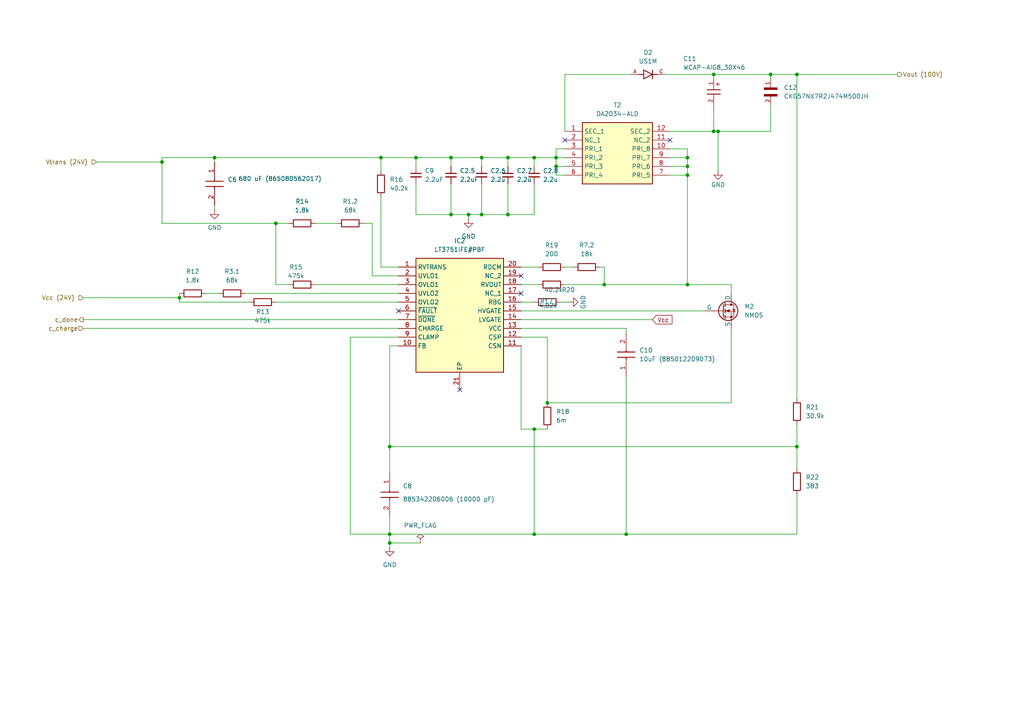
<source format=kicad_sch>
(kicad_sch (version 20231120) (generator "eeschema") (generator_version "8.0")
  (paper "A4")
  (lib_symbols
    (symbol "865080562017:865080562017" (pin_names hide)
      (property "Reference" "C" (at 8.89 6.35 0))
      (property "Value" "865080562017" (at 8.89 3.81 0))
      (symbol "865080562017_1_1"
        (polyline (pts (xy 5.08 0) (xy 5.588 0)) (stroke (width 0.254)))
        (polyline (pts (xy 5.588 2.54) (xy 5.588 -2.54)) (stroke (width 0.254)))
        (polyline (pts (xy 7.112 0) (xy 7.62 0)) (stroke (width 0.254)))
        (polyline (pts (xy 7.112 2.54) (xy 7.112 -2.54)) (stroke (width 0.254)))
        (pin passive line (at 0 0 0) (length 5.08) (name "+") (number "1"))
        (pin passive line (at 12.7 0 180) (length 5.08) (name "-") (number "2"))
      )
    )
    (symbol "885012209073:885012209073" (pin_names hide)
      (property "Reference" "C" (at 8.89 6.35 0))
      (property "Value" "885012209073" (at 8.89 3.81 0))
      (symbol "885012209073_1_1"
        (polyline (pts (xy 5.08 0) (xy 5.588 0)) (stroke (width 0.254)))
        (polyline (pts (xy 5.588 2.54) (xy 5.588 -2.54)) (stroke (width 0.254)))
        (polyline (pts (xy 7.112 0) (xy 7.62 0)) (stroke (width 0.254)))
        (polyline (pts (xy 7.112 2.54) (xy 7.112 -2.54)) (stroke (width 0.254)))
        (pin passive line (at 0 0 0) (length 5.08) (name "1") (number "1"))
        (pin passive line (at 12.7 0 180) (length 5.08) (name "2") (number "2"))
      )
    )
    (symbol "885342206006:885342206006" (pin_names hide)
      (property "Reference" "C" (at 8.89 6.35 0))
      (property "Value" "885342206006" (at 8.89 3.81 0))
      (symbol "885342206006_1_1"
        (polyline (pts (xy 5.08 0) (xy 5.588 0)) (stroke (width 0.254)))
        (polyline (pts (xy 5.588 2.54) (xy 5.588 -2.54)) (stroke (width 0.254)))
        (polyline (pts (xy 7.112 0) (xy 7.62 0)) (stroke (width 0.254)))
        (polyline (pts (xy 7.112 2.54) (xy 7.112 -2.54)) (stroke (width 0.254)))
        (pin passive line (at 0 0 0) (length 5.08) (name "1") (number "1"))
        (pin passive line (at 12.7 0 180) (length 5.08) (name "2") (number "2"))
      )
    )
    (symbol "CKG57NX7R2J474M500JH:CKG57NX7R2J474M500JH" (pin_names (offset 1.016))
      (property "Reference" "C" (at 0 3.8109 0))
      (property "Value" "CKG57NX7R2J474M500JH" (at 0 -5.0885 0))
      (symbol "CKG57NX7R2J474M500JH_0_0"
        (rectangle (start 0 -1.9069) (end 0.635 1.905) (stroke (width 0.1)) (fill (type outline)))
        (rectangle (start 1.9069 -1.9069) (end 2.54 1.905) (stroke (width 0.1)) (fill (type outline)))
        (pin passive line (at -2.54 0 0) (length 2.54) (name "~") (number "1"))
        (pin passive line (at 5.08 0 180) (length 2.54) (name "~") (number "2"))
      )
    )
    (symbol "DA2034-ALD:DA2034-ALD"
      (property "Reference" "T" (at 26.67 7.62 0))
      (property "Value" "DA2034-ALD" (at 26.67 5.08 0))
      (symbol "DA2034-ALD_1_1"
        (rectangle (start 5.08 2.54) (end 25.4 -15.24) (stroke (width 0.254)) (fill (type background)))
        (pin passive line (at 0 0 0) (length 5.08) (name "SEC_1") (number "1"))
        (pin passive line (at 30.48 -5.08 180) (length 5.08) (name "PRI_8") (number "10"))
        (pin passive line (at 30.48 -2.54 180) (length 5.08) (name "NC_2") (number "11"))
        (pin passive line (at 30.48 0 180) (length 5.08) (name "SEC_2") (number "12"))
        (pin passive line (at 0 -2.54 0) (length 5.08) (name "NC_1") (number "2"))
        (pin passive line (at 0 -5.08 0) (length 5.08) (name "PRI_1") (number "3"))
        (pin passive line (at 0 -7.62 0) (length 5.08) (name "PRI_2") (number "4"))
        (pin passive line (at 0 -10.16 0) (length 5.08) (name "PRI_3") (number "5"))
        (pin passive line (at 0 -12.7 0) (length 5.08) (name "PRI_4") (number "6"))
        (pin passive line (at 30.48 -12.7 180) (length 5.08) (name "PRI_5") (number "7"))
        (pin passive line (at 30.48 -10.16 180) (length 5.08) (name "PRI_6") (number "8"))
        (pin passive line (at 30.48 -7.62 180) (length 5.08) (name "PRI_7") (number "9"))
      )
    )
    (symbol "Device:C_Small" (pin_numbers hide) (pin_names (offset 0.254) hide)
      (property "Reference" "C" (at 0.254 1.778 0))
      (property "Value" "C_Small" (at 0.254 -2.032 0))
      (symbol "C_Small_0_1"
        (polyline (pts (xy -1.524 -0.508) (xy 1.524 -0.508)) (stroke (width 0.3302)))
        (polyline (pts (xy -1.524 0.508) (xy 1.524 0.508)) (stroke (width 0.3048)))
      )
      (symbol "C_Small_1_1"
        (pin passive line (at 0 2.54 270) (length 2.032) (name "~") (number "1"))
        (pin passive line (at 0 -2.54 90) (length 2.032) (name "~") (number "2"))
      )
    )
    (symbol "Device:R" (pin_numbers hide) (pin_names (offset 0))
      (property "Reference" "R" (at 2.032 0 90))
      (property "Value" "R" (at 0 0 90))
      (symbol "R_0_1"
        (rectangle (start -1.016 -2.54) (end 1.016 2.54) (stroke (width 0.254)))
      )
      (symbol "R_1_1"
        (pin passive line (at 0 3.81 270) (length 1.27) (name "~") (number "1"))
        (pin passive line (at 0 -3.81 90) (length 1.27) (name "~") (number "2"))
      )
    )
    (symbol "LT3751IFE#PBF:LT3751IFE#PBF"
      (property "Reference" "IC" (at 31.75 7.62 0))
      (property "Value" "LT3751IFE#PBF" (at 31.75 5.08 0))
      (symbol "LT3751IFE#PBF_1_1"
        (rectangle (start 5.08 2.54) (end 30.48 -30.48) (stroke (width 0.254)) (fill (type background)))
        (pin passive line (at 0 0 0) (length 5.08) (name "RVTRANS") (number "1"))
        (pin passive line (at 0 -22.86 0) (length 5.08) (name "FB") (number "10"))
        (pin passive line (at 35.56 -22.86 180) (length 5.08) (name "CSN") (number "11"))
        (pin passive line (at 35.56 -20.32 180) (length 5.08) (name "CSP") (number "12"))
        (pin passive line (at 35.56 -17.78 180) (length 5.08) (name "VCC") (number "13"))
        (pin passive line (at 35.56 -15.24 180) (length 5.08) (name "LVGATE") (number "14"))
        (pin passive line (at 35.56 -12.7 180) (length 5.08) (name "HVGATE") (number "15"))
        (pin passive line (at 35.56 -10.16 180) (length 5.08) (name "RBG") (number "16"))
        (pin passive line (at 35.56 -7.62 180) (length 5.08) (name "NC_1") (number "17"))
        (pin passive line (at 35.56 -5.08 180) (length 5.08) (name "RVOUT") (number "18"))
        (pin passive line (at 35.56 -2.54 180) (length 5.08) (name "NC_2") (number "19"))
        (pin passive line (at 0 -2.54 0) (length 5.08) (name "UVLO1") (number "2"))
        (pin passive line (at 35.56 0 180) (length 5.08) (name "RDCM") (number "20"))
        (pin passive line (at 17.78 -35.56 90) (length 5.08) (name "EP") (number "21"))
        (pin passive line (at 0 -5.08 0) (length 5.08) (name "OVLO1") (number "3"))
        (pin passive line (at 0 -7.62 0) (length 5.08) (name "UVLO2") (number "4"))
        (pin passive line (at 0 -10.16 0) (length 5.08) (name "OVLO2") (number "5"))
        (pin passive line (at 0 -12.7 0) (length 5.08) (name "~{FAULT}") (number "6"))
        (pin passive line (at 0 -15.24 0) (length 5.08) (name "~{DONE}") (number "7"))
        (pin passive line (at 0 -17.78 0) (length 5.08) (name "CHARGE") (number "8"))
        (pin passive line (at 0 -20.32 0) (length 5.08) (name "CLAMP") (number "9"))
      )
    )
    (symbol "Simulation_SPICE:NMOS" (pin_numbers hide) (pin_names (offset 0))
      (property "Reference" "Q" (at 5.08 1.27 0))
      (property "Value" "NMOS" (at 5.08 -1.27 0))
      (symbol "NMOS_0_1"
        (polyline (pts (xy 0.254 0) (xy -2.54 0)))
        (polyline (pts (xy 0.254 1.905) (xy 0.254 -1.905)) (stroke (width 0.254)))
        (polyline (pts (xy 0.762 -1.27) (xy 0.762 -2.286)) (stroke (width 0.254)))
        (polyline (pts (xy 0.762 0.508) (xy 0.762 -0.508)) (stroke (width 0.254)))
        (polyline (pts (xy 0.762 2.286) (xy 0.762 1.27)) (stroke (width 0.254)))
        (polyline (pts (xy 2.54 2.54) (xy 2.54 1.778)))
        (polyline (pts (xy 2.54 -2.54) (xy 2.54 0) (xy 0.762 0)))
        (polyline (pts (xy 0.762 -1.778) (xy 3.302 -1.778) (xy 3.302 1.778) (xy 0.762 1.778)))
        (polyline (pts (xy 1.016 0) (xy 2.032 0.381) (xy 2.032 -0.381) (xy 1.016 0)) (fill (type outline)))
        (polyline (pts (xy 2.794 0.508) (xy 2.921 0.381) (xy 3.683 0.381) (xy 3.81 0.254)))
        (polyline (pts (xy 3.302 0.381) (xy 2.921 -0.254) (xy 3.683 -0.254) (xy 3.302 0.381)))
        (circle (center 1.651 0) (radius 2.794) (stroke (width 0.254)))
        (circle (center 2.54 -1.778) (radius 0.254) (fill (type outline)))
        (circle (center 2.54 1.778) (radius 0.254) (fill (type outline)))
      )
      (symbol "NMOS_1_1"
        (pin passive line (at 2.54 5.08 270) (length 2.54) (name "D") (number "1"))
        (pin input line (at -5.08 0 0) (length 2.54) (name "G") (number "2"))
        (pin passive line (at 2.54 -5.08 90) (length 2.54) (name "S") (number "3"))
      )
    )
    (symbol "US1M:US1M" (pin_names (offset 1.016))
      (property "Reference" "D" (at -5.08 2.54 0))
      (property "Value" "US1M" (at -5.08 -3.81 0))
      (symbol "US1M_0_0"
        (polyline (pts (xy -2.54 0) (xy -1.27 0)) (stroke (width 0.254)))
        (polyline (pts (xy -1.27 -1.27) (xy 1.27 0)) (stroke (width 0.254)))
        (polyline (pts (xy -1.27 0) (xy -1.27 -1.27)) (stroke (width 0.254)))
        (polyline (pts (xy -1.27 1.27) (xy -1.27 0)) (stroke (width 0.254)))
        (polyline (pts (xy 1.27 0) (xy -1.27 1.27)) (stroke (width 0.254)))
        (polyline (pts (xy 1.27 0) (xy 1.27 -1.27)) (stroke (width 0.254)))
        (polyline (pts (xy 1.27 0) (xy 2.54 0)) (stroke (width 0.254)))
        (polyline (pts (xy 1.27 1.27) (xy 1.27 0)) (stroke (width 0.254)))
        (pin passive line (at -5.08 0 0) (length 2.54) (name "~") (number "A"))
        (pin passive line (at 5.08 0 180) (length 2.54) (name "~") (number "C"))
      )
    )
    (symbol "WCAP-AIG8_30X46:WCAP-AIG8_30X46" (pin_names (offset 1.016))
      (property "Reference" "C" (at 1.175 3.38 0))
      (property "Value" "WCAP-AIG8_30X46" (at 0.915 -5.075 0))
      (symbol "WCAP-AIG8_30X46_0_0"
        (polyline (pts (xy 0 0) (xy 0.6426 0)) (stroke (width 0.1524)))
        (polyline (pts (xy 0.635 -1.905) (xy 0.635 1.905)) (stroke (width 0.254)))
        (polyline (pts (xy 1.905 1.905) (xy 1.905 -1.905)) (stroke (width 0.254)))
        (polyline (pts (xy 1.9279 0) (xy 2.5705 0)) (stroke (width 0.1524)))
        (text "+" (at 2.54 -1.905 0) (effects (font (size 1.4224 1.4224)) (justify left bottom)))
        (pin passive line (at 5.08 0 180) (length 2.54) (name "~") (number "1"))
        (pin passive line (at -2.54 0 0) (length 2.54) (name "~") (number "2"))
      )
    )
    (symbol "power:GND" (power) (pin_numbers hide) (pin_names (offset 0) hide)
      (property "Value" "GND" (at 0 -3.81 0))
      (symbol "GND_0_1"
        (polyline (pts (xy 0 0) (xy 0 -1.27) (xy 1.27 -1.27) (xy 0 -2.54) (xy -1.27 -1.27) (xy 0 -1.27)))
      )
      (symbol "GND_1_1"
        (pin power_in line (at 0 0 270) (length 0) (name "~") (number "1"))
      )
    )
    (symbol "power:PWR_FLAG" (power) (pin_numbers hide) (pin_names (offset 0) hide)
      (property "Value" "PWR_FLAG" (at 0 3.81 0))
      (symbol "PWR_FLAG_0_0"
        (pin power_out line (at 0 0 90) (length 0) (name "~") (number "1"))
      )
      (symbol "PWR_FLAG_0_1"
        (polyline (pts (xy 0 0) (xy 0 1.27) (xy -1.016 1.905) (xy 0 2.54) (xy 1.016 1.905) (xy 0 1.27)))
      )
    )
  )
  (junction (at 223.52 21.59))
  (junction (at 208.28 38.1))
  (junction (at 207.01 21.59))
  (junction (at 154.94 154.94))
  (junction (at 199.39 45.72))
  (junction (at 199.39 50.8))
  (junction (at 135.89 62.23))
  (junction (at 158.75 116.84))
  (junction (at 113.03 129.54))
  (junction (at 130.81 45.72))
  (junction (at 113.03 157.48))
  (junction (at 231.14 21.59))
  (junction (at 139.7 62.23))
  (junction (at 80.01 64.77))
  (junction (at 199.39 82.55))
  (junction (at 62.23 45.72))
  (junction (at 120.65 45.72))
  (junction (at 139.7 45.72))
  (junction (at 154.94 124.46))
  (junction (at 147.32 62.23))
  (junction (at 199.39 48.26))
  (junction (at 161.29 48.26))
  (junction (at 181.61 154.94))
  (junction (at 231.14 129.54))
  (junction (at 154.94 45.72))
  (junction (at 46.99 46.99))
  (junction (at 207.01 38.1))
  (junction (at 175.26 82.55))
  (junction (at 52.07 86.36))
  (junction (at 161.29 45.72))
  (junction (at 113.03 154.94))
  (junction (at 130.81 62.23))
  (junction (at 147.32 45.72))
  (junction (at 110.49 45.72))
  (no_connect (at 163.83 40.64))
  (no_connect (at 133.35 113.03))
  (no_connect (at 151.13 80.01))
  (no_connect (at 194.31 40.64))
  (no_connect (at 115.57 90.17))
  (no_connect (at 151.13 85.09))
  (wire (pts (xy 181.61 154.94) (xy 231.14 154.94)))
  (wire (pts (xy 161.29 45.72) (xy 161.29 43.18)))
  (wire (pts (xy 80.01 64.77) (xy 80.01 82.55)))
  (wire (pts (xy 130.81 53.34) (xy 130.81 62.23)))
  (wire (pts (xy 231.14 129.54) (xy 231.14 135.89)))
  (wire (pts (xy 158.75 116.84) (xy 158.75 97.79)))
  (wire (pts (xy 208.28 49.53) (xy 208.28 38.1)))
  (wire (pts (xy 62.23 59.69) (xy 62.23 60.96)))
  (wire (pts (xy 181.61 96.52) (xy 181.61 95.25)))
  (wire (pts (xy 24.13 95.25) (xy 115.57 95.25)))
  (wire (pts (xy 199.39 48.26) (xy 199.39 45.72)))
  (wire (pts (xy 231.14 123.19) (xy 231.14 129.54)))
  (wire (pts (xy 113.03 157.48) (xy 121.92 157.48)))
  (wire (pts (xy 175.26 77.47) (xy 173.99 77.47)))
  (wire (pts (xy 107.95 80.01) (xy 115.57 80.01)))
  (wire (pts (xy 62.23 46.99) (xy 62.23 45.72)))
  (wire (pts (xy 175.26 82.55) (xy 175.26 77.47)))
  (wire (pts (xy 130.81 45.72) (xy 139.7 45.72)))
  (wire (pts (xy 194.31 38.1) (xy 207.01 38.1)))
  (wire (pts (xy 223.52 22.86) (xy 223.52 21.59)))
  (wire (pts (xy 62.23 45.72) (xy 110.49 45.72)))
  (wire (pts (xy 154.94 124.46) (xy 154.94 154.94)))
  (wire (pts (xy 212.09 82.55) (xy 212.09 85.09)))
  (wire (pts (xy 199.39 50.8) (xy 199.39 48.26)))
  (wire (pts (xy 151.13 124.46) (xy 154.94 124.46)))
  (wire (pts (xy 110.49 45.72) (xy 110.49 49.53)))
  (wire (pts (xy 110.49 77.47) (xy 115.57 77.47)))
  (wire (pts (xy 113.03 100.33) (xy 113.03 129.54)))
  (wire (pts (xy 154.94 45.72) (xy 154.94 48.26)))
  (wire (pts (xy 101.6 154.94) (xy 113.03 154.94)))
  (wire (pts (xy 199.39 82.55) (xy 175.26 82.55)))
  (wire (pts (xy 120.65 62.23) (xy 130.81 62.23)))
  (wire (pts (xy 161.29 50.8) (xy 163.83 50.8)))
  (wire (pts (xy 154.94 154.94) (xy 181.61 154.94)))
  (wire (pts (xy 46.99 64.77) (xy 80.01 64.77)))
  (wire (pts (xy 120.65 45.72) (xy 130.81 45.72)))
  (wire (pts (xy 113.03 100.33) (xy 115.57 100.33)))
  (wire (pts (xy 162.56 87.63) (xy 165.1 87.63)))
  (wire (pts (xy 46.99 46.99) (xy 46.99 64.77)))
  (wire (pts (xy 147.32 62.23) (xy 154.94 62.23)))
  (wire (pts (xy 194.31 43.18) (xy 199.39 43.18)))
  (wire (pts (xy 63.5 85.09) (xy 59.69 85.09)))
  (wire (pts (xy 154.94 62.23) (xy 154.94 53.34)))
  (wire (pts (xy 207.01 38.1) (xy 208.28 38.1)))
  (wire (pts (xy 163.83 45.72) (xy 161.29 45.72)))
  (wire (pts (xy 151.13 95.25) (xy 181.61 95.25)))
  (wire (pts (xy 91.44 82.55) (xy 115.57 82.55)))
  (wire (pts (xy 223.52 30.48) (xy 223.52 38.1)))
  (wire (pts (xy 158.75 97.79) (xy 151.13 97.79)))
  (wire (pts (xy 101.6 97.79) (xy 115.57 97.79)))
  (wire (pts (xy 80.01 87.63) (xy 115.57 87.63)))
  (wire (pts (xy 113.03 149.86) (xy 113.03 154.94)))
  (wire (pts (xy 139.7 62.23) (xy 147.32 62.23)))
  (wire (pts (xy 113.03 157.48) (xy 113.03 158.75)))
  (wire (pts (xy 107.95 64.77) (xy 107.95 80.01)))
  (wire (pts (xy 208.28 38.1) (xy 223.52 38.1)))
  (wire (pts (xy 52.07 87.63) (xy 52.07 86.36)))
  (wire (pts (xy 120.65 53.34) (xy 120.65 62.23)))
  (wire (pts (xy 24.13 92.71) (xy 115.57 92.71)))
  (wire (pts (xy 163.83 43.18) (xy 161.29 43.18)))
  (wire (pts (xy 139.7 53.34) (xy 139.7 62.23)))
  (wire (pts (xy 163.83 21.59) (xy 163.83 38.1)))
  (wire (pts (xy 154.94 45.72) (xy 161.29 45.72)))
  (wire (pts (xy 231.14 21.59) (xy 231.14 115.57)))
  (wire (pts (xy 199.39 45.72) (xy 194.31 45.72)))
  (wire (pts (xy 223.52 21.59) (xy 231.14 21.59)))
  (wire (pts (xy 207.01 30.48) (xy 207.01 38.1)))
  (wire (pts (xy 161.29 48.26) (xy 161.29 45.72)))
  (wire (pts (xy 135.89 62.23) (xy 139.7 62.23)))
  (wire (pts (xy 46.99 46.99) (xy 27.94 46.99)))
  (wire (pts (xy 212.09 116.84) (xy 158.75 116.84)))
  (wire (pts (xy 110.49 57.15) (xy 110.49 77.47)))
  (wire (pts (xy 147.32 53.34) (xy 147.32 62.23)))
  (wire (pts (xy 113.03 129.54) (xy 231.14 129.54)))
  (wire (pts (xy 46.99 45.72) (xy 62.23 45.72)))
  (wire (pts (xy 52.07 86.36) (xy 52.07 85.09)))
  (wire (pts (xy 231.14 21.59) (xy 260.35 21.59)))
  (wire (pts (xy 139.7 45.72) (xy 139.7 48.26)))
  (wire (pts (xy 120.65 45.72) (xy 120.65 48.26)))
  (wire (pts (xy 151.13 82.55) (xy 156.21 82.55)))
  (wire (pts (xy 212.09 116.84) (xy 212.09 95.25)))
  (wire (pts (xy 163.83 21.59) (xy 182.88 21.59)))
  (wire (pts (xy 194.31 50.8) (xy 199.39 50.8)))
  (wire (pts (xy 161.29 48.26) (xy 161.29 50.8)))
  (wire (pts (xy 80.01 82.55) (xy 83.82 82.55)))
  (wire (pts (xy 194.31 48.26) (xy 199.39 48.26)))
  (wire (pts (xy 135.89 63.5) (xy 135.89 62.23)))
  (wire (pts (xy 110.49 45.72) (xy 120.65 45.72)))
  (wire (pts (xy 151.13 100.33) (xy 151.13 124.46)))
  (wire (pts (xy 24.13 86.36) (xy 52.07 86.36)))
  (wire (pts (xy 130.81 45.72) (xy 130.81 48.26)))
  (wire (pts (xy 207.01 21.59) (xy 207.01 22.86)))
  (wire (pts (xy 130.81 62.23) (xy 135.89 62.23)))
  (wire (pts (xy 147.32 45.72) (xy 147.32 48.26)))
  (wire (pts (xy 163.83 82.55) (xy 175.26 82.55)))
  (wire (pts (xy 72.39 87.63) (xy 52.07 87.63)))
  (wire (pts (xy 151.13 90.17) (xy 204.47 90.17)))
  (wire (pts (xy 46.99 45.72) (xy 46.99 46.99)))
  (wire (pts (xy 181.61 109.22) (xy 181.61 154.94)))
  (wire (pts (xy 101.6 97.79) (xy 101.6 154.94)))
  (wire (pts (xy 71.12 85.09) (xy 115.57 85.09)))
  (wire (pts (xy 154.94 124.46) (xy 158.75 124.46)))
  (wire (pts (xy 113.03 154.94) (xy 113.03 157.48)))
  (wire (pts (xy 105.41 64.77) (xy 107.95 64.77)))
  (wire (pts (xy 199.39 43.18) (xy 199.39 45.72)))
  (wire (pts (xy 154.94 154.94) (xy 113.03 154.94)))
  (wire (pts (xy 113.03 129.54) (xy 113.03 137.16)))
  (wire (pts (xy 199.39 50.8) (xy 199.39 82.55)))
  (wire (pts (xy 193.04 21.59) (xy 207.01 21.59)))
  (wire (pts (xy 91.44 64.77) (xy 97.79 64.77)))
  (wire (pts (xy 139.7 45.72) (xy 147.32 45.72)))
  (wire (pts (xy 207.01 21.59) (xy 223.52 21.59)))
  (wire (pts (xy 83.82 64.77) (xy 80.01 64.77)))
  (wire (pts (xy 151.13 87.63) (xy 154.94 87.63)))
  (wire (pts (xy 151.13 77.47) (xy 156.21 77.47)))
  (wire (pts (xy 163.83 77.47) (xy 166.37 77.47)))
  (wire (pts (xy 163.83 48.26) (xy 161.29 48.26)))
  (wire (pts (xy 151.13 92.71) (xy 189.23 92.71)))
  (wire (pts (xy 147.32 45.72) (xy 154.94 45.72)))
  (wire (pts (xy 231.14 143.51) (xy 231.14 154.94)))
  (wire (pts (xy 212.09 82.55) (xy 199.39 82.55)))
  (global_label "Vcc" (shape input) (at 189.23 92.71 0) (property "Intersheetrefs" "${INTERSHEET_REFS}" (effects (hide yes))))
  (hierarchical_label "Vtrans (24V) " (shape input) (at 27.94 46.99 180))
  (hierarchical_label "c_done" (shape output) (at 24.13 92.71 180))
  (hierarchical_label "Vout (100V)" (shape output) (at 260.35 21.59 0))
  (hierarchical_label "Vcc (24V) " (shape input) (at 24.13 86.36 180))
  (hierarchical_label "c_charge" (shape input) (at 24.13 95.25 180))
  (symbol (lib_id "Device:C_Small") (at 154.94 50.8 0) (unit 1)
    (property "Reference" "C2.8" (at 157.48 49.5362 0) (effects (justify left)))
    (property "Value" "2.2u" (at 157.48 52.0762 0) (effects (justify left)))
    (property "Footprint" "Capacitor_SMD:C_0805_2012Metric" (effects (hide yes)))
    (property "Description" "Unpolarized capacitor, small symbol" (effects (hide yes)))
  )
  (symbol (lib_id "Device:R") (at 101.6 64.77 90) (unit 1)
    (property "Reference" "R1.2" (at 101.6 58.42 90))
    (property "Value" "68k" (at 101.6 60.96 90))
    (property "Footprint" "Resistor_SMD:R_1206_3216Metric" (effects (hide yes)))
    (property "Description" "Resistor" (effects (hide yes)))
  )
  (symbol (lib_id "power:GND") (at 208.28 49.53 0) (unit 1)
    (property "Reference" "#PWR07" (effects (hide yes)))
    (property "Value" "GND" (at 208.28 53.594 0))
    (property "Description" "Power symbol creates a global label with name \"GND\" , ground" (effects (hide yes)))
  )
  (symbol (lib_id "885342206006:885342206006") (at 113.03 137.16 270) (unit 1)
    (property "Reference" "C8" (at 116.84 140.9699 90) (effects (justify left)))
    (property "Value" "885342206006 (10000 pF)" (at 116.84 144.7799 90) (effects (justify left)))
    (property "Footprint" "885342206006:CAPC1608X87N" (effects (hide yes)))
    (property "Datasheet" "https://katalog.we-online.com/pbs/datasheet/885342206006.pdf" (effects (hide yes)))
    (property "Description" "Multilayer Ceramic Chip Capacitor WCAP-CSMH Series 0603 10000pF X7R0603103K250DFCT10000" (effects (hide yes)))
    (property "Height" "0.87" (effects (hide yes)))
    (property "Mouser Part Number" "710-885342206006" (effects (hide yes)))
    (property "Mouser Price/Stock" "https://www.mouser.co.uk/ProductDetail/Wurth-Elektronik/885342206006?qs=MLItCLRbWswnzjGuf7w1%252BQ%3D%3D" (effects (hide yes)))
    (property "Manufacturer_Name" "Wurth Elektronik" (effects (hide yes)))
    (property "Manufacturer_Part_Number" "885342206006" (effects (hide yes)))
  )
  (symbol (lib_id "power:GND") (at 165.1 87.63 90) (unit 1)
    (property "Reference" "#PWR06" (effects (hide yes)))
    (property "Value" "GND" (at 169.164 87.63 0))
    (property "Description" "Power symbol creates a global label with name \"GND\" , ground" (effects (hide yes)))
  )
  (symbol (lib_id "Device:R") (at 158.75 87.63 90) (unit 1)
    (property "Reference" "R17" (at 158.496 87.376 90))
    (property "Value" "4.02k" (at 159.004 88.646 90))
    (property "Footprint" "Resistor_SMD:R_0603_1608Metric" (effects (hide yes)))
    (property "Description" "Resistor" (effects (hide yes)))
  )
  (symbol (lib_id "Device:R") (at 87.63 82.55 90) (unit 1)
    (property "Reference" "R15" (at 85.852 77.47 90))
    (property "Value" "475k" (at 85.852 80.01 90))
    (property "Footprint" "Resistor_SMD:R_0603_1608Metric" (effects (hide yes)))
    (property "Description" "Resistor" (effects (hide yes)))
  )
  (symbol (lib_id "Device:R") (at 87.63 64.77 90) (unit 1)
    (property "Reference" "R14" (at 87.63 58.42 90))
    (property "Value" "1.8k" (at 87.63 60.96 90))
    (property "Footprint" "Resistor_SMD:R_1206_3216Metric" (effects (hide yes)))
    (property "Description" "Resistor" (effects (hide yes)))
  )
  (symbol (lib_id "Device:R") (at 67.31 85.09 90) (unit 1)
    (property "Reference" "R3.1" (at 67.31 78.74 90))
    (property "Value" "68k" (at 67.31 81.28 90))
    (property "Footprint" "Resistor_SMD:R_1206_3216Metric" (effects (hide yes)))
    (property "Description" "Resistor" (effects (hide yes)))
  )
  (symbol (lib_id "Device:R") (at 110.49 53.34 180) (unit 1)
    (property "Reference" "R16" (at 113.03 52.0699 0) (effects (justify right)))
    (property "Value" "40.2k" (at 113.03 54.6099 0) (effects (justify right)))
    (property "Footprint" "Resistor_SMD:R_0603_1608Metric" (effects (hide yes)))
    (property "Description" "Resistor" (effects (hide yes)))
  )
  (symbol (lib_id "power:GND") (at 62.23 60.96 0) (unit 1)
    (property "Reference" "#PWR01" (effects (hide yes)))
    (property "Value" "GND" (at 62.23 66.04 0))
    (property "Description" "Power symbol creates a global label with name \"GND\" , ground" (effects (hide yes)))
  )
  (symbol (lib_id "Device:R") (at 231.14 139.7 0) (unit 1)
    (property "Reference" "R22" (at 233.68 138.4299 0) (effects (justify left)))
    (property "Value" "383" (at 233.68 140.9699 0) (effects (justify left)))
    (property "Footprint" "Resistor_SMD:R_1206_3216Metric" (effects (hide yes)))
    (property "Description" "Resistor" (effects (hide yes)))
  )
  (symbol (lib_id "US1M:US1M") (at 187.96 21.59 0) (unit 1)
    (property "Reference" "D2" (at 187.96 15.24 0))
    (property "Value" "US1M" (at 187.96 17.78 0))
    (property "Footprint" "US1M:DIOM4325X250N" (effects (hide yes)))
    (property "MF" "Taiwan Semiconductor" (effects (hide yes)))
    (property "MAXIMUM_PACKAGE_HEIGHT" "2.5 mm" (effects (hide yes)))
    (property "Package" "SMA-2 Taiwan Semiconductor" (effects (hide yes)))
    (property "Price" "None" (effects (hide yes)))
    (property "Check_prices" "https://www.snapeda.com/parts/US1M/Taiwan+Semiconductor/view-part/?ref=eda" (effects (hide yes)))
    (property "STANDARD" "IPC-7351B" (effects (hide yes)))
    (property "PARTREV" "L2102" (effects (hide yes)))
    (property "SnapEDA_Link" "https://www.snapeda.com/parts/US1M/Taiwan+Semiconductor/view-part/?ref=snap" (effects (hide yes)))
    (property "MP" "US1M" (effects (hide yes)))
    (property "Description_1" "\n75ns, 1A, 1000V, High Efficient Recovery Rectifier\n" (effects (hide yes)))
    (property "Availability" "In Stock" (effects (hide yes)))
    (property "MANUFACTURER" "Taiwan Semiconductor" (effects (hide yes)))
  )
  (symbol (lib_id "Device:R") (at 76.2 87.63 90) (unit 1)
    (property "Reference" "R13" (at 76.2 90.424 90))
    (property "Value" "475k" (at 76.2 92.964 90))
    (property "Footprint" "Resistor_SMD:R_0603_1608Metric" (effects (hide yes)))
    (property "Description" "Resistor" (effects (hide yes)))
  )
  (symbol (lib_id "Device:R") (at 160.02 77.47 90) (unit 1)
    (property "Reference" "R19" (at 160.02 71.12 90))
    (property "Value" "200" (at 160.02 73.66 90))
    (property "Footprint" "Resistor_SMD:R_0805_2012Metric" (effects (hide yes)))
    (property "Description" "Resistor" (effects (hide yes)))
  )
  (symbol (lib_id "Device:C_Small") (at 139.7 50.8 0) (unit 1)
    (property "Reference" "C2.6" (at 142.24 49.5362 0) (effects (justify left)))
    (property "Value" "2.2u" (at 142.24 52.0762 0) (effects (justify left)))
    (property "Footprint" "Capacitor_SMD:C_0805_2012Metric" (effects (hide yes)))
    (property "Description" "Unpolarized capacitor, small symbol" (effects (hide yes)))
  )
  (symbol (lib_id "Device:R") (at 158.75 120.65 180) (unit 1)
    (property "Reference" "R18" (at 161.29 119.3799 0) (effects (justify right)))
    (property "Value" "6m" (at 161.29 121.9199 0) (effects (justify right)))
    (property "Footprint" "Resistor_SMD:R_0805_2012Metric" (effects (hide yes)))
    (property "Description" "Resistor" (effects (hide yes)))
  )
  (symbol (lib_id "Device:R") (at 170.18 77.47 90) (unit 1)
    (property "Reference" "R7.2" (at 170.18 71.12 90))
    (property "Value" "18k" (at 170.18 73.66 90))
    (property "Footprint" "Resistor_SMD:R_0603_1608Metric" (effects (hide yes)))
    (property "Description" "Resistor" (effects (hide yes)))
  )
  (symbol (lib_id "DA2034-ALD:DA2034-ALD") (at 163.83 38.1 0) (unit 1)
    (property "Reference" "T2" (at 179.07 30.48 0))
    (property "Value" "DA2034-ALD" (at 179.07 33.02 0))
    (property "Footprint" "DA2034_ALD_Test:SOP300P3000X1143-12N" (effects (hide yes)))
    (property "Datasheet" "https://www.coilcraft.com/pdfs/da2032.pdf" (effects (hide yes)))
    (property "Description" "Audio Transformers / Signal Transformers DA2032 Cap Chrgr For Linear LT3750/51" (effects (hide yes)))
    (property "Height" "11.43" (effects (hide yes)))
    (property "Mouser Part Number" "994-DA2034-ALD" (effects (hide yes)))
    (property "Mouser Price/Stock" "https://www.mouser.co.uk/ProductDetail/Coilcraft/DA2034-ALD?qs=ZYnrCdKdyedtN304hL7iMg%3D%3D" (effects (hide yes)))
    (property "Manufacturer_Name" "COILCRAFT" (effects (hide yes)))
    (property "Manufacturer_Part_Number" "DA2034-ALD" (effects (hide yes)))
  )
  (symbol (lib_id "Device:R") (at 55.88 85.09 90) (unit 1)
    (property "Reference" "R12" (at 55.88 78.74 90))
    (property "Value" "1.8k" (at 55.88 81.28 90))
    (property "Footprint" "Resistor_SMD:R_1206_3216Metric" (effects (hide yes)))
    (property "Description" "Resistor" (effects (hide yes)))
  )
  (symbol (lib_id "power:PWR_FLAG") (at 121.92 157.48 0) (unit 1)
    (property "Reference" "#FLG02" (effects (hide yes)))
    (property "Value" "PWR_FLAG" (at 121.92 152.4 0))
    (property "Description" "Special symbol for telling ERC where power comes from" (effects (hide yes)))
  )
  (symbol (lib_id "power:GND") (at 135.89 63.5 0) (unit 1)
    (property "Reference" "#PWR04" (effects (hide yes)))
    (property "Value" "GND" (at 135.89 68.58 0))
    (property "Description" "Power symbol creates a global label with name \"GND\" , ground" (effects (hide yes)))
  )
  (symbol (lib_id "Device:C_Small") (at 130.81 50.8 0) (unit 1)
    (property "Reference" "C2.5" (at 133.35 49.5362 0) (effects (justify left)))
    (property "Value" "2.2uF" (at 133.35 52.0762 0) (effects (justify left)))
    (property "Footprint" "Capacitor_SMD:C_0805_2012Metric" (effects (hide yes)))
    (property "Description" "Unpolarized capacitor, small symbol" (effects (hide yes)))
  )
  (symbol (lib_id "power:GND") (at 113.03 158.75 0) (unit 1)
    (property "Reference" "#PWR03" (effects (hide yes)))
    (property "Value" "GND" (at 113.03 163.83 0))
    (property "Description" "Power symbol creates a global label with name \"GND\" , ground" (effects (hide yes)))
  )
  (symbol (lib_id "865080562017:865080562017") (at 62.23 46.99 270) (unit 1)
    (property "Reference" "C6" (at 66.04 52.0699 90) (effects (justify left)))
    (property "Value" "680 uF (865080562017)" (at 69.088 51.816 90) (effects (justify left)))
    (property "Footprint" "865080562017_test:CAPAE1350X1400N" (effects (hide yes)))
    (property "Datasheet" "https://www.we-online.com/catalog/datasheet/865080562017.pdf" (effects (hide yes)))
    (property "Description" "Wurth Elektronik 680uF 35 V dc Aluminium Electrolytic Capacitor, WCAP-ASLI Series 2000h 12.5 (Dia.) x 13.85mm" (effects (hide yes)))
    (property "Height" "14" (effects (hide yes)))
    (property "Mouser Part Number" "710-865080562017" (effects (hide yes)))
    (property "Mouser Price/Stock" "https://www.mouser.co.uk/ProductDetail/Wurth-Elektronik/865080562017?qs=0KOYDY2FL2%2FgZmq%2FuzCYbQ%3D%3D" (effects (hide yes)))
    (property "Manufacturer_Name" "Wurth Elektronik" (effects (hide yes)))
    (property "Manufacturer_Part_Number" "865080562017" (effects (hide yes)))
  )
  (symbol (lib_id "WCAP-AIG8_30X46:WCAP-AIG8_30X46") (at 207.01 27.94 90) (unit 1)
    (property "Reference" "C11" (at 198.12 17.018 90) (effects (justify right)))
    (property "Value" "WCAP-AIG8_30X46" (at 198.12 19.558 90) (effects (justify right)))
    (property "Footprint" "WCAP-AIG8_30X46:WCAP-AIG8_30X46_DXL_" (effects (hide yes)))
    (property "MF" "Würth Elektronik" (effects (hide yes)))
    (property "Description_1" "\n270 µF 450 V Aluminum Electrolytic Capacitors Radial, Can - Snap-In 2000 Hrs @ 85°C\n" (effects (hide yes)))
    (property "Package" "Radial Würth Elektronik" (effects (hide yes)))
    (property "Price" "None" (effects (hide yes)))
    (property "SnapEDA_Link" "https://www.snapeda.com/parts/861011485017/Wurth+Elektronik/view-part/?ref=snap" (effects (hide yes)))
    (property "MP" "861011485017" (effects (hide yes)))
    (property "Availability" "In Stock" (effects (hide yes)))
    (property "Check_prices" "https://www.snapeda.com/parts/861011485017/Wurth+Elektronik/view-part/?ref=eda" (effects (hide yes)))
  )
  (symbol (lib_id "LT3751IFE#PBF:LT3751IFE#PBF") (at 115.57 77.47 0) (unit 1)
    (property "Reference" "IC2" (at 133.35 69.85 0))
    (property "Value" "LT3751IFE#PBF" (at 133.35 72.39 0))
    (property "Footprint" "LT3751:SOP65P640X120-21N" (effects (hide yes)))
    (property "Datasheet" "https://www.arrow.com/en/products/lt3751ifepbf/analog-devices?region=nac" (effects (hide yes)))
    (property "Description" "Controller 5V to 24V Automotive 20-Pin TSSOP EP Tube" (effects (hide yes)))
    (property "Height" "1.2" (effects (hide yes)))
    (property "Mouser Part Number" "584-LT3751IFE#PBF" (effects (hide yes)))
    (property "Mouser Price/Stock" "https://www.mouser.co.uk/ProductDetail/Analog-Devices/LT3751IFEPBF?qs=hVkxg5c3xu8wGIOCrD9eEw%3D%3D" (effects (hide yes)))
    (property "Manufacturer_Name" "Analog Devices" (effects (hide yes)))
    (property "Manufacturer_Part_Number" "LT3751IFE#PBF" (effects (hide yes)))
  )
  (symbol (lib_id "Device:R") (at 231.14 119.38 0) (unit 1)
    (property "Reference" "R21" (at 233.68 118.1099 0) (effects (justify left)))
    (property "Value" "30.9k" (at 233.68 120.6499 0) (effects (justify left)))
    (property "Footprint" "Resistor_SMD:R_1206_3216Metric" (effects (hide yes)))
    (property "Description" "Resistor" (effects (hide yes)))
  )
  (symbol (lib_id "Device:C_Small") (at 147.32 50.8 0) (unit 1)
    (property "Reference" "C2.7" (at 149.86 49.5362 0) (effects (justify left)))
    (property "Value" "2.2u" (at 149.86 52.0762 0) (effects (justify left)))
    (property "Footprint" "Capacitor_SMD:C_0805_2012Metric" (effects (hide yes)))
    (property "Description" "Unpolarized capacitor, small symbol" (effects (hide yes)))
  )
  (symbol (lib_id "Simulation_SPICE:NMOS") (at 209.55 90.17 0) (unit 1)
    (property "Reference" "M2" (at 215.9 88.8999 0) (effects (justify left)))
    (property "Value" "NMOS" (at 215.9 91.4399 0) (effects (justify left)))
    (property "Footprint" "Package_TO_SOT_SMD:TO-263-3_TabPin2" (effects (hide yes)))
    (property "Datasheet" "https://ngspice.sourceforge.io/docs/ngspice-html-manual/manual.xhtml#cha_MOSFETs" (effects (hide yes)))
    (property "Description" "N-MOSFET transistor, drain/source/gate" (effects (hide yes)))
    (property "Sim.Device" "NMOS" (effects (hide yes)))
    (property "Sim.Type" "VDMOS" (effects (hide yes)))
    (property "Sim.Pins" "1=D 2=G 3=S" (effects (hide yes)))
  )
  (symbol (lib_id "Device:C_Small") (at 120.65 50.8 0) (unit 1)
    (property "Reference" "C9" (at 123.19 49.5362 0) (effects (justify left)))
    (property "Value" "2.2uF" (at 123.19 52.0762 0) (effects (justify left)))
    (property "Footprint" "Capacitor_SMD:C_0805_2012Metric" (effects (hide yes)))
    (property "Description" "Unpolarized capacitor, small symbol" (effects (hide yes)))
  )
  (symbol (lib_id "CKG57NX7R2J474M500JH:CKG57NX7R2J474M500JH") (at 223.52 25.4 270) (unit 1)
    (property "Reference" "C12" (at 227.33 25.3999 90) (effects (justify left)))
    (property "Value" "CKG57NX7R2J474M500JH" (at 227.33 27.9399 90) (effects (justify left)))
    (property "Footprint" "CKG57NX7R2J474M500JH:CAPC6050X550N" (effects (hide yes)))
    (property "MF" "TDK" (effects (hide yes)))
    (property "Description_1" "\n                        \n                            0.47 µF ±20% 630V Ceramic Capacitor X7R Stacked SMD, 2 J-Lead\n                        \n" (effects (hide yes)))
    (property "Package" "6050 TDK" (effects (hide yes)))
    (property "Price" "None" (effects (hide yes)))
    (property "SnapEDA_Link" "https://www.snapeda.com/parts/CKG57NX7R2J474M500JH/TDK/view-part/?ref=snap" (effects (hide yes)))
    (property "MP" "CKG57NX7R2J474M500JH" (effects (hide yes)))
    (property "Availability" "In Stock" (effects (hide yes)))
    (property "Check_prices" "https://www.snapeda.com/parts/CKG57NX7R2J474M500JH/TDK/view-part/?ref=eda" (effects (hide yes)))
  )
  (symbol (lib_id "Device:R") (at 160.02 82.55 90) (unit 1)
    (property "Reference" "R20" (at 164.846 84.074 90))
    (property "Value" "40.2k" (at 160.528 84.074 90))
    (property "Footprint" "Resistor_SMD:R_0603_1608Metric" (effects (hide yes)))
    (property "Description" "Resistor" (effects (hide yes)))
  )
  (symbol (lib_id "885012209073:885012209073") (at 181.61 109.22 90) (unit 1)
    (property "Reference" "C10" (at 185.42 101.5999 90) (effects (justify right)))
    (property "Value" "10uF (885012209073)" (at 185.42 104.1399 90) (effects (justify right)))
    (property "Footprint" "885012209073:CAPC3225X280N" (effects (hide yes)))
    (property "Datasheet" "https://katalog.we-online.com/pbs/datasheet/885012209073.pdf" (effects (hide yes)))
    (property "Description" "Multilayer Ceramic Chip Capacitor WCAP-CSGP Series 1210 60pF X7R1210106K050DFCT10000" (effects (hide yes)))
    (property "Height" "2.8" (effects (hide yes)))
    (property "Mouser Part Number" "710-885012209073" (effects (hide yes)))
    (property "Mouser Price/Stock" "https://www.mouser.co.uk/ProductDetail/Wurth-Elektronik/885012209073?qs=sPbYRqrBIVm8PsM2ljQIMg%3D%3D" (effects (hide yes)))
    (property "Manufacturer_Name" "Wurth Elektronik" (effects (hide yes)))
    (property "Manufacturer_Part_Number" "885012209073" (effects (hide yes)))
  )
)
</source>
